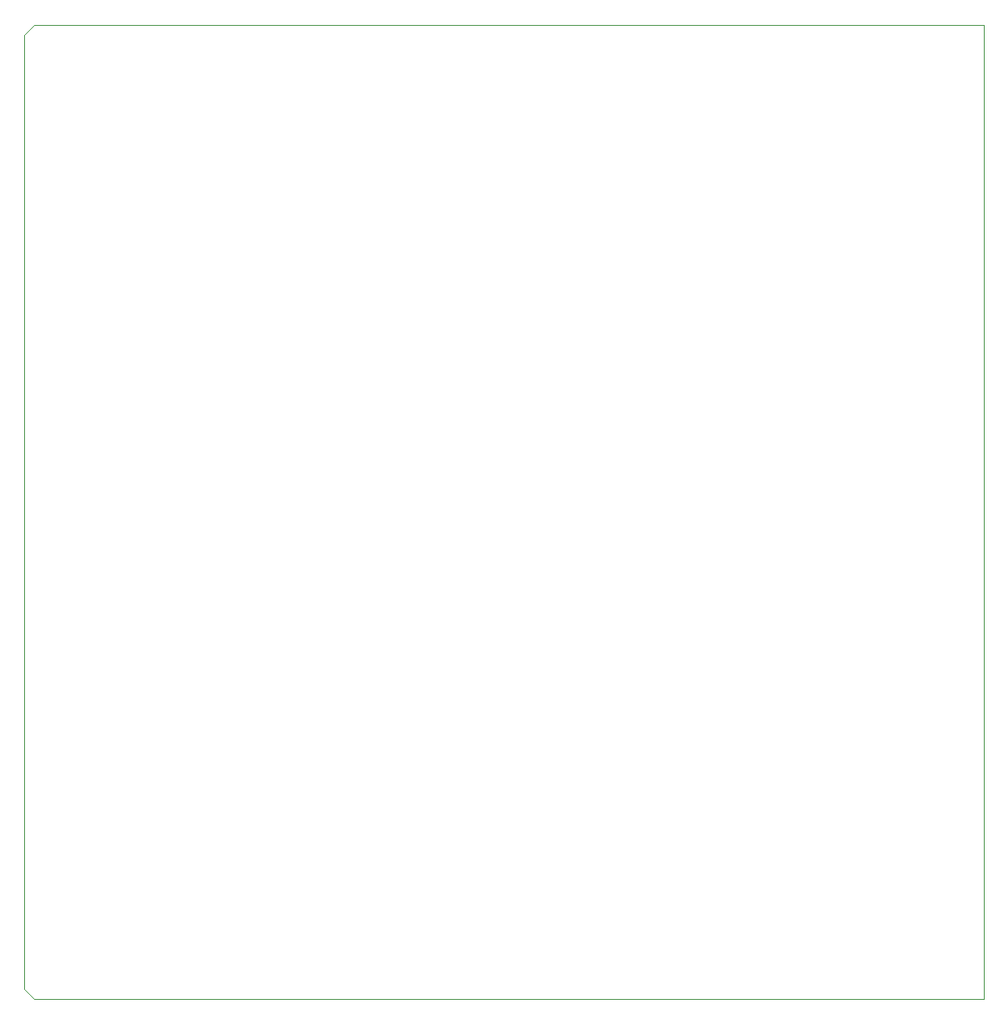
<source format=gbr>
%TF.GenerationSoftware,KiCad,Pcbnew,7.0.8*%
%TF.CreationDate,2023-10-27T09:19:23-04:00*%
%TF.ProjectId,bottom_plate,626f7474-6f6d-45f7-906c-6174652e6b69,rev?*%
%TF.SameCoordinates,Original*%
%TF.FileFunction,Profile,NP*%
%FSLAX46Y46*%
G04 Gerber Fmt 4.6, Leading zero omitted, Abs format (unit mm)*
G04 Created by KiCad (PCBNEW 7.0.8) date 2023-10-27 09:19:23*
%MOMM*%
%LPD*%
G01*
G04 APERTURE LIST*
%TA.AperFunction,Profile*%
%ADD10C,0.100000*%
%TD*%
G04 APERTURE END LIST*
D10*
X1000000Y49500000D02*
X97500000Y49500000D01*
X0Y-48500000D02*
X0Y48500000D01*
X0Y48500000D02*
X1000000Y49500000D01*
X1000000Y-49500000D02*
X0Y-48500000D01*
X97500000Y-49500000D02*
X1000000Y-49500000D01*
X97500000Y49500000D02*
X97500000Y-49500000D01*
M02*

</source>
